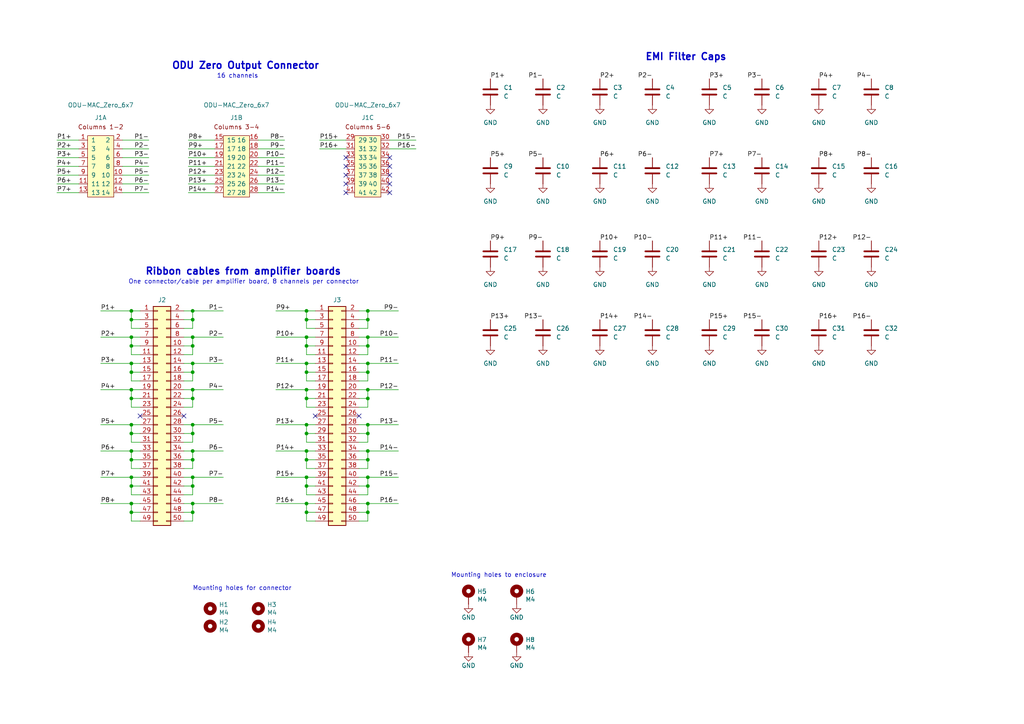
<source format=kicad_sch>
(kicad_sch (version 20211123) (generator eeschema)
  (paper "A4")
  (title_block (title "Shim Amplifier: Output Connector Board") (rev "D1") (company "Martinos Center @ MGH") (comment 1 "Don Straney"))
  (lib_symbols
    (symbol "Connector_Generic:Conn_02x25_Odd_Even" (pin_names (offset 1.016) hide)
      (property "Reference" "J" (at 1.27 33.02 0))
      (property "Value" "Conn_02x25_Odd_Even" (at 1.27 -33.02 0))
      (symbol "Conn_02x25_Odd_Even_1_1"
        (rectangle (start -1.27 -30.353) (end 0 -30.607) (stroke (width 0.1524)))
        (rectangle (start -1.27 -27.813) (end 0 -28.067) (stroke (width 0.1524)))
        (rectangle (start -1.27 -25.273) (end 0 -25.527) (stroke (width 0.1524)))
        (rectangle (start -1.27 -22.733) (end 0 -22.987) (stroke (width 0.1524)))
        (rectangle (start -1.27 -20.193) (end 0 -20.447) (stroke (width 0.1524)))
        (rectangle (start -1.27 -17.653) (end 0 -17.907) (stroke (width 0.1524)))
        (rectangle (start -1.27 -15.113) (end 0 -15.367) (stroke (width 0.1524)))
        (rectangle (start -1.27 -12.573) (end 0 -12.827) (stroke (width 0.1524)))
        (rectangle (start -1.27 -10.033) (end 0 -10.287) (stroke (width 0.1524)))
        (rectangle (start -1.27 -7.493) (end 0 -7.747) (stroke (width 0.1524)))
        (rectangle (start -1.27 -4.953) (end 0 -5.207) (stroke (width 0.1524)))
        (rectangle (start -1.27 -2.413) (end 0 -2.667) (stroke (width 0.1524)))
        (rectangle (start -1.27 0.127) (end 0 -0.127) (stroke (width 0.1524)))
        (rectangle (start -1.27 2.667) (end 0 2.413) (stroke (width 0.1524)))
        (rectangle (start -1.27 5.207) (end 0 4.953) (stroke (width 0.1524)))
        (rectangle (start -1.27 7.747) (end 0 7.493) (stroke (width 0.1524)))
        (rectangle (start -1.27 10.287) (end 0 10.033) (stroke (width 0.1524)))
        (rectangle (start -1.27 12.827) (end 0 12.573) (stroke (width 0.1524)))
        (rectangle (start -1.27 15.367) (end 0 15.113) (stroke (width 0.1524)))
        (rectangle (start -1.27 17.907) (end 0 17.653) (stroke (width 0.1524)))
        (rectangle (start -1.27 20.447) (end 0 20.193) (stroke (width 0.1524)))
        (rectangle (start -1.27 22.987) (end 0 22.733) (stroke (width 0.1524)))
        (rectangle (start -1.27 25.527) (end 0 25.273) (stroke (width 0.1524)))
        (rectangle (start -1.27 28.067) (end 0 27.813) (stroke (width 0.1524)))
        (rectangle (start -1.27 30.607) (end 0 30.353) (stroke (width 0.1524)))
        (rectangle (start -1.27 31.75) (end 3.81 -31.75) (stroke (width 0.254)) (fill (type background)))
        (rectangle (start 3.81 -30.353) (end 2.54 -30.607) (stroke (width 0.1524)))
        (rectangle (start 3.81 -27.813) (end 2.54 -28.067) (stroke (width 0.1524)))
        (rectangle (start 3.81 -25.273) (end 2.54 -25.527) (stroke (width 0.1524)))
        (rectangle (start 3.81 -22.733) (end 2.54 -22.987) (stroke (width 0.1524)))
        (rectangle (start 3.81 -20.193) (end 2.54 -20.447) (stroke (width 0.1524)))
        (rectangle (start 3.81 -17.653) (end 2.54 -17.907) (stroke (width 0.1524)))
        (rectangle (start 3.81 -15.113) (end 2.54 -15.367) (stroke (width 0.1524)))
        (rectangle (start 3.81 -12.573) (end 2.54 -12.827) (stroke (width 0.1524)))
        (rectangle (start 3.81 -10.033) (end 2.54 -10.287) (stroke (width 0.1524)))
        (rectangle (start 3.81 -7.493) (end 2.54 -7.747) (stroke (width 0.1524)))
        (rectangle (start 3.81 -4.953) (end 2.54 -5.207) (stroke (width 0.1524)))
        (rectangle (start 3.81 -2.413) (end 2.54 -2.667) (stroke (width 0.1524)))
        (rectangle (start 3.81 0.127) (end 2.54 -0.127) (stroke (width 0.1524)))
        (rectangle (start 3.81 2.667) (end 2.54 2.413) (stroke (width 0.1524)))
        (rectangle (start 3.81 5.207) (end 2.54 4.953) (stroke (width 0.1524)))
        (rectangle (start 3.81 7.747) (end 2.54 7.493) (stroke (width 0.1524)))
        (rectangle (start 3.81 10.287) (end 2.54 10.033) (stroke (width 0.1524)))
        (rectangle (start 3.81 12.827) (end 2.54 12.573) (stroke (width 0.1524)))
        (rectangle (start 3.81 15.367) (end 2.54 15.113) (stroke (width 0.1524)))
        (rectangle (start 3.81 17.907) (end 2.54 17.653) (stroke (width 0.1524)))
        (rectangle (start 3.81 20.447) (end 2.54 20.193) (stroke (width 0.1524)))
        (rectangle (start 3.81 22.987) (end 2.54 22.733) (stroke (width 0.1524)))
        (rectangle (start 3.81 25.527) (end 2.54 25.273) (stroke (width 0.1524)))
        (rectangle (start 3.81 28.067) (end 2.54 27.813) (stroke (width 0.1524)))
        (rectangle (start 3.81 30.607) (end 2.54 30.353) (stroke (width 0.1524)))
        (pin passive line (at -5.08 30.48 0) (length 3.81) (name "Pin_1") (number "1"))
        (pin passive line (at 7.62 20.32 180) (length 3.81) (name "Pin_10") (number "10"))
        (pin passive line (at -5.08 17.78 0) (length 3.81) (name "Pin_11") (number "11"))
        (pin passive line (at 7.62 17.78 180) (length 3.81) (name "Pin_12") (number "12"))
        (pin passive line (at -5.08 15.24 0) (length 3.81) (name "Pin_13") (number "13"))
        (pin passive line (at 7.62 15.24 180) (length 3.81) (name "Pin_14") (number "14"))
        (pin passive line (at -5.08 12.7 0) (length 3.81) (name "Pin_15") (number "15"))
        (pin passive line (at 7.62 12.7 180) (length 3.81) (name "Pin_16") (number "16"))
        (pin passive line (at -5.08 10.16 0) (length 3.81) (name "Pin_17") (number "17"))
        (pin passive line (at 7.62 10.16 180) (length 3.81) (name "Pin_18") (number "18"))
        (pin passive line (at -5.08 7.62 0) (length 3.81) (name "Pin_19") (number "19"))
        (pin passive line (at 7.62 30.48 180) (length 3.81) (name "Pin_2") (number "2"))
        (pin passive line (at 7.62 7.62 180) (length 3.81) (name "Pin_20") (number "20"))
        (pin passive line (at -5.08 5.08 0) (length 3.81) (name "Pin_21") (number "21"))
        (pin passive line (at 7.62 5.08 180) (length 3.81) (name "Pin_22") (number "22"))
        (pin passive line (at -5.08 2.54 0) (length 3.81) (name "Pin_23") (number "23"))
        (pin passive line (at 7.62 2.54 180) (length 3.81) (name "Pin_24") (number "24"))
        (pin passive line (at -5.08 0 0) (length 3.81) (name "Pin_25") (number "25"))
        (pin passive line (at 7.62 0 180) (length 3.81) (name "Pin_26") (number "26"))
        (pin passive line (at -5.08 -2.54 0) (length 3.81) (name "Pin_27") (number "27"))
        (pin passive line (at 7.62 -2.54 180) (length 3.81) (name "Pin_28") (number "28"))
        (pin passive line (at -5.08 -5.08 0) (length 3.81) (name "Pin_29") (number "29"))
        (pin passive line (at -5.08 27.94 0) (length 3.81) (name "Pin_3") (number "3"))
        (pin passive line (at 7.62 -5.08 180) (length 3.81) (name "Pin_30") (number "30"))
        (pin passive line (at -5.08 -7.62 0) (length 3.81) (name "Pin_31") (number "31"))
        (pin passive line (at 7.62 -7.62 180) (length 3.81) (name "Pin_32") (number "32"))
        (pin passive line (at -5.08 -10.16 0) (length 3.81) (name "Pin_33") (number "33"))
        (pin passive line (at 7.62 -10.16 180) (length 3.81) (name "Pin_34") (number "34"))
        (pin passive line (at -5.08 -12.7 0) (length 3.81) (name "Pin_35") (number "35"))
        (pin passive line (at 7.62 -12.7 180) (length 3.81) (name "Pin_36") (number "36"))
        (pin passive line (at -5.08 -15.24 0) (length 3.81) (name "Pin_37") (number "37"))
        (pin passive line (at 7.62 -15.24 180) (length 3.81) (name "Pin_38") (number "38"))
        (pin passive line (at -5.08 -17.78 0) (length 3.81) (name "Pin_39") (number "39"))
        (pin passive line (at 7.62 27.94 180) (length 3.81) (name "Pin_4") (number "4"))
        (pin passive line (at 7.62 -17.78 180) (length 3.81) (name "Pin_40") (number "40"))
        (pin passive line (at -5.08 -20.32 0) (length 3.81) (name "Pin_41") (number "41"))
        (pin passive line (at 7.62 -20.32 180) (length 3.81) (name "Pin_42") (number "42"))
        (pin passive line (at -5.08 -22.86 0) (length 3.81) (name "Pin_43") (number "43"))
        (pin passive line (at 7.62 -22.86 180) (length 3.81) (name "Pin_44") (number "44"))
        (pin passive line (at -5.08 -25.4 0) (length 3.81) (name "Pin_45") (number "45"))
        (pin passive line (at 7.62 -25.4 180) (length 3.81) (name "Pin_46") (number "46"))
        (pin passive line (at -5.08 -27.94 0) (length 3.81) (name "Pin_47") (number "47"))
        (pin passive line (at 7.62 -27.94 180) (length 3.81) (name "Pin_48") (number "48"))
        (pin passive line (at -5.08 -30.48 0) (length 3.81) (name "Pin_49") (number "49"))
        (pin passive line (at -5.08 25.4 0) (length 3.81) (name "Pin_5") (number "5"))
        (pin passive line (at 7.62 -30.48 180) (length 3.81) (name "Pin_50") (number "50"))
        (pin passive line (at 7.62 25.4 180) (length 3.81) (name "Pin_6") (number "6"))
        (pin passive line (at -5.08 22.86 0) (length 3.81) (name "Pin_7") (number "7"))
        (pin passive line (at 7.62 22.86 180) (length 3.81) (name "Pin_8") (number "8"))
        (pin passive line (at -5.08 20.32 0) (length 3.81) (name "Pin_9") (number "9"))
      )
    )
    (symbol "Device:C" (pin_numbers hide) (pin_names (offset 0.254))
      (property "Reference" "C" (at 0.635 2.54 0))
      (property "Value" "C" (at 0.635 -2.54 0))
      (symbol "C_0_1"
        (polyline (pts (xy -2.032 -0.762) (xy 2.032 -0.762)) (stroke (width 0.508)))
        (polyline (pts (xy -2.032 0.762) (xy 2.032 0.762)) (stroke (width 0.508)))
      )
      (symbol "C_1_1"
        (pin passive line (at 0 3.81 270) (length 2.794) (name "~") (number "1"))
        (pin passive line (at 0 -3.81 90) (length 2.794) (name "~") (number "2"))
      )
    )
    (symbol "Don:ODU-MAC_Zero_6x7" (pin_names (offset 1.016))
      (property "Reference" "J" (at -1.27 24.13 0))
      (property "Value" "ODU-MAC_Zero_6x7" (at 0 21.59 0))
      (symbol "ODU-MAC_Zero_6x7_0_1"
        (rectangle (start -3.81 12.7) (end 3.81 -5.08) (fill (type background)))
      )
      (symbol "ODU-MAC_Zero_6x7_1_0"
        (text "Columns 1-2" (at 0 15.24 0) (effects (font (size 1.27 1.27))))
      )
      (symbol "ODU-MAC_Zero_6x7_1_1"
        (pin passive line (at -6.35 11.43 0) (length 2.54) (name "1") (number "1"))
        (pin passive line (at 6.35 1.27 180) (length 2.54) (name "10") (number "10"))
        (pin passive line (at -6.35 -1.27 0) (length 2.54) (name "11") (number "11"))
        (pin passive line (at 6.35 -1.27 180) (length 2.54) (name "12") (number "12"))
        (pin passive line (at -6.35 -3.81 0) (length 2.54) (name "13") (number "13"))
        (pin passive line (at 6.35 -3.81 180) (length 2.54) (name "14") (number "14"))
        (pin passive line (at 6.35 11.43 180) (length 2.54) (name "2") (number "2"))
        (pin passive line (at -6.35 8.89 0) (length 2.54) (name "3") (number "3"))
        (pin passive line (at 6.35 8.89 180) (length 2.54) (name "4") (number "4"))
        (pin passive line (at -6.35 6.35 0) (length 2.54) (name "5") (number "5"))
        (pin passive line (at 6.35 6.35 180) (length 2.54) (name "6") (number "6"))
        (pin passive line (at -6.35 3.81 0) (length 2.54) (name "7") (number "7"))
        (pin passive line (at 6.35 3.81 180) (length 2.54) (name "8") (number "8"))
        (pin passive line (at -6.35 1.27 0) (length 2.54) (name "9") (number "9"))
      )
      (symbol "ODU-MAC_Zero_6x7_2_1"
        (text "Columns 3-4" (at 0 15.24 0) (effects (font (size 1.27 1.27))))
        (pin passive line (at -6.35 11.43 0) (length 2.54) (name "15") (number "15"))
        (pin passive line (at 6.35 11.43 180) (length 2.54) (name "16") (number "16"))
        (pin passive line (at -6.35 8.89 0) (length 2.54) (name "17") (number "17"))
        (pin passive line (at 6.35 8.89 180) (length 2.54) (name "18") (number "18"))
        (pin passive line (at -6.35 6.35 0) (length 2.54) (name "19") (number "19"))
        (pin passive line (at 6.35 6.35 180) (length 2.54) (name "20") (number "20"))
        (pin passive line (at -6.35 3.81 0) (length 2.54) (name "21") (number "21"))
        (pin passive line (at 6.35 3.81 180) (length 2.54) (name "22") (number "22"))
        (pin passive line (at -6.35 1.27 0) (length 2.54) (name "23") (number "23"))
        (pin passive line (at 6.35 1.27 180) (length 2.54) (name "24") (number "24"))
        (pin passive line (at -6.35 -1.27 0) (length 2.54) (name "25") (number "25"))
        (pin passive line (at 6.35 -1.27 180) (length 2.54) (name "26") (number "26"))
        (pin passive line (at -6.35 -3.81 0) (length 2.54) (name "27") (number "27"))
        (pin passive line (at 6.35 -3.81 180) (length 2.54) (name "28") (number "28"))
      )
      (symbol "ODU-MAC_Zero_6x7_3_1"
        (text "Columns 5-6" (at 0 15.24 0) (effects (font (size 1.27 1.27))))
        (pin passive line (at -6.35 11.43 0) (length 2.54) (name "29") (number "29"))
        (pin passive line (at 6.35 11.43 180) (length 2.54) (name "30") (number "30"))
        (pin passive line (at -6.35 8.89 0) (length 2.54) (name "31") (number "31"))
        (pin passive line (at 6.35 8.89 180) (length 2.54) (name "32") (number "32"))
        (pin passive line (at -6.35 6.35 0) (length 2.54) (name "33") (number "33"))
        (pin passive line (at 6.35 6.35 180) (length 2.54) (name "34") (number "34"))
        (pin passive line (at -6.35 3.81 0) (length 2.54) (name "35") (number "35"))
        (pin passive line (at 6.35 3.81 180) (length 2.54) (name "36") (number "36"))
        (pin passive line (at -6.35 1.27 0) (length 2.54) (name "37") (number "37"))
        (pin passive line (at 6.35 1.27 180) (length 2.54) (name "38") (number "38"))
        (pin passive line (at -6.35 -1.27 0) (length 2.54) (name "39") (number "39"))
        (pin passive line (at 6.35 -1.27 180) (length 2.54) (name "40") (number "40"))
        (pin passive line (at -6.35 -3.81 0) (length 2.54) (name "41") (number "41"))
        (pin passive line (at 6.35 -3.81 180) (length 2.54) (name "42") (number "42"))
      )
    )
    (symbol "Mechanical:MountingHole" (pin_names (offset 1.016))
      (property "Reference" "H" (at 0 5.08 0))
      (property "Value" "MountingHole" (at 0 3.175 0))
      (symbol "MountingHole_0_1"
        (circle (center 0 0) (radius 1.27) (stroke (width 1.27)))
      )
    )
    (symbol "Mechanical:MountingHole_Pad" (pin_numbers hide) (pin_names (offset 1.016) hide)
      (property "Reference" "H" (at 0 6.35 0))
      (property "Value" "MountingHole_Pad" (at 0 4.445 0))
      (symbol "MountingHole_Pad_0_1"
        (circle (center 0 1.27) (radius 1.27) (stroke (width 1.27)))
      )
      (symbol "MountingHole_Pad_1_1"
        (pin input line (at 0 -2.54 90) (length 2.54) (name "1") (number "1"))
      )
    )
    (symbol "power:GND" (power) (pin_names (offset 0))
      (property "Value" "GND" (at 0 -3.81 0))
      (symbol "GND_0_1"
        (polyline (pts (xy 0 0) (xy 0 -1.27) (xy 1.27 -1.27) (xy 0 -2.54) (xy -1.27 -1.27) (xy 0 -1.27)))
      )
      (symbol "GND_1_1"
        (pin power_in line (at 0 0 270) (length 0) hide (name "GND") (number "1"))
      )
    )
  )
  (junction (at 38.1 148.59))
  (junction (at 106.68 125.73))
  (junction (at 55.88 105.41))
  (junction (at 88.9 133.35))
  (junction (at 88.9 115.57))
  (junction (at 88.9 125.73))
  (junction (at 55.88 107.95))
  (junction (at 55.88 146.05))
  (junction (at 38.1 146.05))
  (junction (at 55.88 97.79))
  (junction (at 55.88 138.43))
  (junction (at 88.9 97.79))
  (junction (at 88.9 138.43))
  (junction (at 55.88 123.19))
  (junction (at 106.68 90.17))
  (junction (at 38.1 97.79))
  (junction (at 106.68 113.03))
  (junction (at 55.88 140.97))
  (junction (at 88.9 140.97))
  (junction (at 38.1 140.97))
  (junction (at 38.1 133.35))
  (junction (at 55.88 115.57))
  (junction (at 38.1 113.03))
  (junction (at 88.9 105.41))
  (junction (at 38.1 130.81))
  (junction (at 55.88 92.71))
  (junction (at 38.1 115.57))
  (junction (at 106.68 140.97))
  (junction (at 106.68 130.81))
  (junction (at 106.68 146.05))
  (junction (at 55.88 113.03))
  (junction (at 88.9 146.05))
  (junction (at 88.9 148.59))
  (junction (at 55.88 90.17))
  (junction (at 106.68 148.59))
  (junction (at 88.9 130.81))
  (junction (at 106.68 138.43))
  (junction (at 38.1 125.73))
  (junction (at 38.1 138.43))
  (junction (at 88.9 113.03))
  (junction (at 38.1 105.41))
  (junction (at 106.68 133.35))
  (junction (at 38.1 107.95))
  (junction (at 106.68 97.79))
  (junction (at 106.68 123.19))
  (junction (at 55.88 100.33))
  (junction (at 106.68 107.95))
  (junction (at 55.88 148.59))
  (junction (at 106.68 100.33))
  (junction (at 55.88 130.81))
  (junction (at 88.9 100.33))
  (junction (at 88.9 92.71))
  (junction (at 38.1 123.19))
  (junction (at 88.9 90.17))
  (junction (at 38.1 92.71))
  (junction (at 106.68 115.57))
  (junction (at 55.88 125.73))
  (junction (at 106.68 92.71))
  (junction (at 38.1 100.33))
  (junction (at 55.88 133.35))
  (junction (at 106.68 105.41))
  (junction (at 88.9 107.95))
  (junction (at 38.1 90.17))
  (junction (at 88.9 123.19))
  (no_connect (at 113.03 48.26))
  (no_connect (at 40.64 120.65))
  (no_connect (at 100.33 55.88))
  (no_connect (at 113.03 55.88))
  (no_connect (at 100.33 50.8))
  (no_connect (at 113.03 50.8))
  (no_connect (at 91.44 120.65))
  (no_connect (at 104.14 120.65))
  (no_connect (at 100.33 48.26))
  (no_connect (at 100.33 45.72))
  (no_connect (at 113.03 53.34))
  (no_connect (at 113.03 45.72))
  (no_connect (at 100.33 53.34))
  (no_connect (at 53.34 120.65))
  (wire (pts (xy 40.64 113.03) (xy 38.1 113.03)))
  (wire (pts (xy 88.9 143.51) (xy 88.9 140.97)))
  (wire (pts (xy 91.44 138.43) (xy 88.9 138.43)))
  (wire (pts (xy 106.68 105.41) (xy 115.57 105.41)))
  (wire (pts (xy 88.9 102.87) (xy 88.9 100.33)))
  (wire (pts (xy 88.9 128.27) (xy 88.9 125.73)))
  (wire (pts (xy 106.68 138.43) (xy 115.57 138.43)))
  (wire (pts (xy 88.9 97.79) (xy 80.01 97.79)))
  (wire (pts (xy 104.14 143.51) (xy 106.68 143.51)))
  (wire (pts (xy 106.68 143.51) (xy 106.68 140.97)))
  (wire (pts (xy 40.64 133.35) (xy 38.1 133.35)))
  (wire (pts (xy 74.93 55.88) (xy 82.55 55.88)))
  (wire (pts (xy 38.1 151.13) (xy 38.1 148.59)))
  (wire (pts (xy 55.88 146.05) (xy 64.77 146.05)))
  (wire (pts (xy 55.88 130.81) (xy 64.77 130.81)))
  (wire (pts (xy 38.1 100.33) (xy 38.1 97.79)))
  (wire (pts (xy 16.51 40.64) (xy 22.86 40.64)))
  (wire (pts (xy 106.68 97.79) (xy 115.57 97.79)))
  (wire (pts (xy 53.34 90.17) (xy 55.88 90.17)))
  (wire (pts (xy 91.44 118.11) (xy 88.9 118.11)))
  (wire (pts (xy 55.88 97.79) (xy 64.77 97.79)))
  (wire (pts (xy 91.44 123.19) (xy 88.9 123.19)))
  (wire (pts (xy 104.14 128.27) (xy 106.68 128.27)))
  (wire (pts (xy 40.64 151.13) (xy 38.1 151.13)))
  (wire (pts (xy 40.64 123.19) (xy 38.1 123.19)))
  (wire (pts (xy 54.61 53.34) (xy 62.23 53.34)))
  (wire (pts (xy 53.34 143.51) (xy 55.88 143.51)))
  (wire (pts (xy 40.64 95.25) (xy 38.1 95.25)))
  (wire (pts (xy 16.51 48.26) (xy 22.86 48.26)))
  (wire (pts (xy 88.9 123.19) (xy 80.01 123.19)))
  (wire (pts (xy 55.88 138.43) (xy 64.77 138.43)))
  (wire (pts (xy 106.68 130.81) (xy 115.57 130.81)))
  (wire (pts (xy 16.51 55.88) (xy 22.86 55.88)))
  (wire (pts (xy 104.14 123.19) (xy 106.68 123.19)))
  (wire (pts (xy 91.44 110.49) (xy 88.9 110.49)))
  (wire (pts (xy 35.56 50.8) (xy 43.18 50.8)))
  (wire (pts (xy 53.34 107.95) (xy 55.88 107.95)))
  (wire (pts (xy 88.9 140.97) (xy 88.9 138.43)))
  (wire (pts (xy 40.64 102.87) (xy 38.1 102.87)))
  (wire (pts (xy 53.34 123.19) (xy 55.88 123.19)))
  (wire (pts (xy 55.88 95.25) (xy 55.88 92.71)))
  (wire (pts (xy 104.14 130.81) (xy 106.68 130.81)))
  (wire (pts (xy 106.68 148.59) (xy 106.68 146.05)))
  (wire (pts (xy 40.64 118.11) (xy 38.1 118.11)))
  (wire (pts (xy 38.1 90.17) (xy 29.21 90.17)))
  (wire (pts (xy 88.9 118.11) (xy 88.9 115.57)))
  (wire (pts (xy 38.1 148.59) (xy 38.1 146.05)))
  (wire (pts (xy 54.61 48.26) (xy 62.23 48.26)))
  (wire (pts (xy 55.88 92.71) (xy 55.88 90.17)))
  (wire (pts (xy 54.61 40.64) (xy 62.23 40.64)))
  (wire (pts (xy 74.93 43.18) (xy 82.55 43.18)))
  (wire (pts (xy 55.88 151.13) (xy 55.88 148.59)))
  (wire (pts (xy 40.64 130.81) (xy 38.1 130.81)))
  (wire (pts (xy 40.64 128.27) (xy 38.1 128.27)))
  (wire (pts (xy 104.14 113.03) (xy 106.68 113.03)))
  (wire (pts (xy 55.88 115.57) (xy 55.88 113.03)))
  (wire (pts (xy 40.64 100.33) (xy 38.1 100.33)))
  (wire (pts (xy 16.51 50.8) (xy 22.86 50.8)))
  (wire (pts (xy 74.93 45.72) (xy 82.55 45.72)))
  (wire (pts (xy 104.14 151.13) (xy 106.68 151.13)))
  (wire (pts (xy 91.44 143.51) (xy 88.9 143.51)))
  (wire (pts (xy 55.88 140.97) (xy 55.88 138.43)))
  (wire (pts (xy 88.9 151.13) (xy 88.9 148.59)))
  (wire (pts (xy 104.14 110.49) (xy 106.68 110.49)))
  (wire (pts (xy 104.14 133.35) (xy 106.68 133.35)))
  (wire (pts (xy 53.34 146.05) (xy 55.88 146.05)))
  (wire (pts (xy 54.61 50.8) (xy 62.23 50.8)))
  (wire (pts (xy 106.68 115.57) (xy 106.68 113.03)))
  (wire (pts (xy 88.9 100.33) (xy 88.9 97.79)))
  (wire (pts (xy 38.1 107.95) (xy 38.1 105.41)))
  (wire (pts (xy 106.68 90.17) (xy 115.57 90.17)))
  (wire (pts (xy 55.88 100.33) (xy 55.88 97.79)))
  (wire (pts (xy 40.64 140.97) (xy 38.1 140.97)))
  (wire (pts (xy 40.64 146.05) (xy 38.1 146.05)))
  (wire (pts (xy 106.68 92.71) (xy 106.68 90.17)))
  (wire (pts (xy 88.9 148.59) (xy 88.9 146.05)))
  (wire (pts (xy 91.44 151.13) (xy 88.9 151.13)))
  (wire (pts (xy 38.1 118.11) (xy 38.1 115.57)))
  (wire (pts (xy 40.64 148.59) (xy 38.1 148.59)))
  (wire (pts (xy 104.14 148.59) (xy 106.68 148.59)))
  (wire (pts (xy 88.9 113.03) (xy 80.01 113.03)))
  (wire (pts (xy 53.34 95.25) (xy 55.88 95.25)))
  (wire (pts (xy 104.14 125.73) (xy 106.68 125.73)))
  (wire (pts (xy 106.68 118.11) (xy 106.68 115.57)))
  (wire (pts (xy 40.64 107.95) (xy 38.1 107.95)))
  (wire (pts (xy 91.44 97.79) (xy 88.9 97.79)))
  (wire (pts (xy 55.88 118.11) (xy 55.88 115.57)))
  (wire (pts (xy 55.88 135.89) (xy 55.88 133.35)))
  (wire (pts (xy 104.14 138.43) (xy 106.68 138.43)))
  (wire (pts (xy 55.88 107.95) (xy 55.88 105.41)))
  (wire (pts (xy 40.64 110.49) (xy 38.1 110.49)))
  (wire (pts (xy 54.61 55.88) (xy 62.23 55.88)))
  (wire (pts (xy 88.9 92.71) (xy 88.9 90.17)))
  (wire (pts (xy 55.88 128.27) (xy 55.88 125.73)))
  (wire (pts (xy 91.44 95.25) (xy 88.9 95.25)))
  (wire (pts (xy 53.34 105.41) (xy 55.88 105.41)))
  (wire (pts (xy 54.61 43.18) (xy 62.23 43.18)))
  (wire (pts (xy 53.34 140.97) (xy 55.88 140.97)))
  (wire (pts (xy 38.1 113.03) (xy 29.21 113.03)))
  (wire (pts (xy 55.88 143.51) (xy 55.88 140.97)))
  (wire (pts (xy 53.34 128.27) (xy 55.88 128.27)))
  (wire (pts (xy 106.68 102.87) (xy 106.68 100.33)))
  (wire (pts (xy 104.14 140.97) (xy 106.68 140.97)))
  (wire (pts (xy 88.9 110.49) (xy 88.9 107.95)))
  (wire (pts (xy 38.1 105.41) (xy 29.21 105.41)))
  (wire (pts (xy 106.68 123.19) (xy 115.57 123.19)))
  (wire (pts (xy 88.9 115.57) (xy 88.9 113.03)))
  (wire (pts (xy 38.1 138.43) (xy 29.21 138.43)))
  (wire (pts (xy 35.56 43.18) (xy 43.18 43.18)))
  (wire (pts (xy 38.1 146.05) (xy 29.21 146.05)))
  (wire (pts (xy 16.51 43.18) (xy 22.86 43.18)))
  (wire (pts (xy 16.51 45.72) (xy 22.86 45.72)))
  (wire (pts (xy 40.64 115.57) (xy 38.1 115.57)))
  (wire (pts (xy 38.1 135.89) (xy 38.1 133.35)))
  (wire (pts (xy 104.14 100.33) (xy 106.68 100.33)))
  (wire (pts (xy 54.61 45.72) (xy 62.23 45.72)))
  (wire (pts (xy 38.1 130.81) (xy 29.21 130.81)))
  (wire (pts (xy 91.44 107.95) (xy 88.9 107.95)))
  (wire (pts (xy 91.44 92.71) (xy 88.9 92.71)))
  (wire (pts (xy 104.14 102.87) (xy 106.68 102.87)))
  (wire (pts (xy 91.44 105.41) (xy 88.9 105.41)))
  (wire (pts (xy 91.44 125.73) (xy 88.9 125.73)))
  (wire (pts (xy 53.34 151.13) (xy 55.88 151.13)))
  (wire (pts (xy 38.1 102.87) (xy 38.1 100.33)))
  (wire (pts (xy 88.9 90.17) (xy 80.01 90.17)))
  (wire (pts (xy 53.34 113.03) (xy 55.88 113.03)))
  (wire (pts (xy 35.56 53.34) (xy 43.18 53.34)))
  (wire (pts (xy 74.93 53.34) (xy 82.55 53.34)))
  (wire (pts (xy 55.88 125.73) (xy 55.88 123.19)))
  (wire (pts (xy 91.44 115.57) (xy 88.9 115.57)))
  (wire (pts (xy 40.64 135.89) (xy 38.1 135.89)))
  (wire (pts (xy 106.68 128.27) (xy 106.68 125.73)))
  (wire (pts (xy 106.68 140.97) (xy 106.68 138.43)))
  (wire (pts (xy 92.71 43.18) (xy 100.33 43.18)))
  (wire (pts (xy 53.34 138.43) (xy 55.88 138.43)))
  (wire (pts (xy 106.68 125.73) (xy 106.68 123.19)))
  (wire (pts (xy 55.88 105.41) (xy 64.77 105.41)))
  (wire (pts (xy 74.93 40.64) (xy 82.55 40.64)))
  (wire (pts (xy 38.1 123.19) (xy 29.21 123.19)))
  (wire (pts (xy 53.34 115.57) (xy 55.88 115.57)))
  (wire (pts (xy 38.1 128.27) (xy 38.1 125.73)))
  (wire (pts (xy 104.14 107.95) (xy 106.68 107.95)))
  (wire (pts (xy 91.44 113.03) (xy 88.9 113.03)))
  (wire (pts (xy 55.88 90.17) (xy 64.77 90.17)))
  (wire (pts (xy 91.44 135.89) (xy 88.9 135.89)))
  (wire (pts (xy 88.9 138.43) (xy 80.01 138.43)))
  (wire (pts (xy 40.64 90.17) (xy 38.1 90.17)))
  (wire (pts (xy 53.34 118.11) (xy 55.88 118.11)))
  (wire (pts (xy 88.9 135.89) (xy 88.9 133.35)))
  (wire (pts (xy 104.14 97.79) (xy 106.68 97.79)))
  (wire (pts (xy 38.1 140.97) (xy 38.1 138.43)))
  (wire (pts (xy 104.14 135.89) (xy 106.68 135.89)))
  (wire (pts (xy 53.34 133.35) (xy 55.88 133.35)))
  (wire (pts (xy 53.34 97.79) (xy 55.88 97.79)))
  (wire (pts (xy 91.44 128.27) (xy 88.9 128.27)))
  (wire (pts (xy 55.88 133.35) (xy 55.88 130.81)))
  (wire (pts (xy 113.03 43.18) (xy 120.65 43.18)))
  (wire (pts (xy 88.9 107.95) (xy 88.9 105.41)))
  (wire (pts (xy 16.51 53.34) (xy 22.86 53.34)))
  (wire (pts (xy 104.14 118.11) (xy 106.68 118.11)))
  (wire (pts (xy 106.68 151.13) (xy 106.68 148.59)))
  (wire (pts (xy 106.68 133.35) (xy 106.68 130.81)))
  (wire (pts (xy 92.71 40.64) (xy 100.33 40.64)))
  (wire (pts (xy 91.44 130.81) (xy 88.9 130.81)))
  (wire (pts (xy 38.1 143.51) (xy 38.1 140.97)))
  (wire (pts (xy 106.68 110.49) (xy 106.68 107.95)))
  (wire (pts (xy 38.1 110.49) (xy 38.1 107.95)))
  (wire (pts (xy 88.9 130.81) (xy 80.01 130.81)))
  (wire (pts (xy 38.1 125.73) (xy 38.1 123.19)))
  (wire (pts (xy 53.34 148.59) (xy 55.88 148.59)))
  (wire (pts (xy 91.44 133.35) (xy 88.9 133.35)))
  (wire (pts (xy 91.44 146.05) (xy 88.9 146.05)))
  (wire (pts (xy 40.64 138.43) (xy 38.1 138.43)))
  (wire (pts (xy 88.9 105.41) (xy 80.01 105.41)))
  (wire (pts (xy 38.1 95.25) (xy 38.1 92.71)))
  (wire (pts (xy 104.14 115.57) (xy 106.68 115.57)))
  (wire (pts (xy 35.56 55.88) (xy 43.18 55.88)))
  (wire (pts (xy 55.88 123.19) (xy 64.77 123.19)))
  (wire (pts (xy 40.64 92.71) (xy 38.1 92.71)))
  (wire (pts (xy 53.34 100.33) (xy 55.88 100.33)))
  (wire (pts (xy 35.56 48.26) (xy 43.18 48.26)))
  (wire (pts (xy 35.56 40.64) (xy 43.18 40.64)))
  (wire (pts (xy 40.64 143.51) (xy 38.1 143.51)))
  (wire (pts (xy 53.34 135.89) (xy 55.88 135.89)))
  (wire (pts (xy 38.1 92.71) (xy 38.1 90.17)))
  (wire (pts (xy 91.44 100.33) (xy 88.9 100.33)))
  (wire (pts (xy 38.1 97.79) (xy 29.21 97.79)))
  (wire (pts (xy 88.9 125.73) (xy 88.9 123.19)))
  (wire (pts (xy 91.44 140.97) (xy 88.9 140.97)))
  (wire (pts (xy 55.88 110.49) (xy 55.88 107.95)))
  (wire (pts (xy 106.68 107.95) (xy 106.68 105.41)))
  (wire (pts (xy 91.44 102.87) (xy 88.9 102.87)))
  (wire (pts (xy 40.64 105.41) (xy 38.1 105.41)))
  (wire (pts (xy 35.56 45.72) (xy 43.18 45.72)))
  (wire (pts (xy 104.14 105.41) (xy 106.68 105.41)))
  (wire (pts (xy 104.14 90.17) (xy 106.68 90.17)))
  (wire (pts (xy 53.34 110.49) (xy 55.88 110.49)))
  (wire (pts (xy 53.34 125.73) (xy 55.88 125.73)))
  (wire (pts (xy 38.1 115.57) (xy 38.1 113.03)))
  (wire (pts (xy 106.68 135.89) (xy 106.68 133.35)))
  (wire (pts (xy 74.93 48.26) (xy 82.55 48.26)))
  (wire (pts (xy 91.44 90.17) (xy 88.9 90.17)))
  (wire (pts (xy 104.14 146.05) (xy 106.68 146.05)))
  (wire (pts (xy 106.68 113.03) (xy 115.57 113.03)))
  (wire (pts (xy 53.34 102.87) (xy 55.88 102.87)))
  (wire (pts (xy 104.14 92.71) (xy 106.68 92.71)))
  (wire (pts (xy 38.1 133.35) (xy 38.1 130.81)))
  (wire (pts (xy 53.34 92.71) (xy 55.88 92.71)))
  (wire (pts (xy 106.68 95.25) (xy 106.68 92.71)))
  (wire (pts (xy 55.88 113.03) (xy 64.77 113.03)))
  (wire (pts (xy 106.68 146.05) (xy 115.57 146.05)))
  (wire (pts (xy 55.88 148.59) (xy 55.88 146.05)))
  (wire (pts (xy 88.9 146.05) (xy 80.01 146.05)))
  (wire (pts (xy 55.88 102.87) (xy 55.88 100.33)))
  (wire (pts (xy 91.44 148.59) (xy 88.9 148.59)))
  (wire (pts (xy 53.34 130.81) (xy 55.88 130.81)))
  (wire (pts (xy 113.03 40.64) (xy 120.65 40.64)))
  (wire (pts (xy 88.9 95.25) (xy 88.9 92.71)))
  (wire (pts (xy 74.93 50.8) (xy 82.55 50.8)))
  (wire (pts (xy 88.9 133.35) (xy 88.9 130.81)))
  (wire (pts (xy 40.64 125.73) (xy 38.1 125.73)))
  (wire (pts (xy 40.64 97.79) (xy 38.1 97.79)))
  (wire (pts (xy 106.68 100.33) (xy 106.68 97.79)))
  (wire (pts (xy 104.14 95.25) (xy 106.68 95.25)))
  (text "Mounting holes for connector" (at 55.88 171.45 0) (effects (font (size 1.27 1.27)) (justify left bottom)))
  (text "ODU Zero Output Connector" (at 92.71 20.32 180) (effects (font (size 2.0066 2.0066) (thickness 0.4013) bold) (justify right bottom)))
  (text "16 channels" (at 74.93 22.86 180) (effects (font (size 1.27 1.27)) (justify right bottom)))
  (text "Ribbon cables from amplifier boards" (at 99.06 80.01 180) (effects (font (size 2.0066 2.0066) (thickness 0.4013) bold) (justify right bottom)))
  (text "One connector/cable per amplifier board, 8 channels per connector" (at 104.14 82.55 180) (effects (font (size 1.27 1.27)) (justify right bottom)))
  (text "Mounting holes to enclosure" (at 130.81 167.64 0) (effects (font (size 1.27 1.27)) (justify left bottom)))
  (text "EMI Filter Caps" (at 210.82 17.78 180) (effects (font (size 2.0066 2.0066) (thickness 0.4013) bold) (justify right bottom)))
  (label "P11-" (at 115.57 105.41 180))
  (label "P1+" (at 29.21 90.17 0))
  (label "P16-" (at 115.57 146.05 180))
  (label "P9+" (at 54.61 43.18 0))
  (label "P9-" (at 157.48 69.85 180))
  (label "P11+" (at 80.01 105.41 0))
  (label "P15-" (at 120.65 40.64 180))
  (label "P8-" (at 252.73 45.72 180))
  (label "P10-" (at 115.57 97.79 180))
  (label "P4-" (at 64.77 113.03 180))
  (label "P14+" (at 173.99 92.71 0))
  (label "P2-" (at 43.18 43.18 180))
  (label "P4+" (at 237.49 22.86 0))
  (label "P14+" (at 54.61 55.88 0))
  (label "P8-" (at 82.55 40.64 180))
  (label "P6+" (at 29.21 130.81 0))
  (label "P9-" (at 82.55 43.18 180))
  (label "P4-" (at 252.73 22.86 180))
  (label "P12-" (at 82.55 50.8 180))
  (label "P8+" (at 237.49 45.72 0))
  (label "P16+" (at 237.49 92.71 0))
  (label "P7+" (at 16.51 55.88 0))
  (label "P4+" (at 29.21 113.03 0))
  (label "P14-" (at 189.23 92.71 180))
  (label "P15-" (at 220.98 92.71 180))
  (label "P7+" (at 205.74 45.72 0))
  (label "P9+" (at 142.24 69.85 0))
  (label "P13-" (at 115.57 123.19 180))
  (label "P12-" (at 252.73 69.85 180))
  (label "P4+" (at 16.51 48.26 0))
  (label "P5-" (at 157.48 45.72 180))
  (label "P14-" (at 82.55 55.88 180))
  (label "P16+" (at 92.71 43.18 0))
  (label "P16+" (at 80.01 146.05 0))
  (label "P3-" (at 64.77 105.41 180))
  (label "P1-" (at 157.48 22.86 180))
  (label "P5+" (at 29.21 123.19 0))
  (label "P7+" (at 29.21 138.43 0))
  (label "P6+" (at 16.51 53.34 0))
  (label "P3+" (at 29.21 105.41 0))
  (label "P10-" (at 82.55 45.72 180))
  (label "P5+" (at 16.51 50.8 0))
  (label "P6+" (at 173.99 45.72 0))
  (label "P2+" (at 29.21 97.79 0))
  (label "P11+" (at 54.61 48.26 0))
  (label "P10-" (at 189.23 69.85 180))
  (label "P14+" (at 80.01 130.81 0))
  (label "P4-" (at 43.18 48.26 180))
  (label "P8-" (at 64.77 146.05 180))
  (label "P16-" (at 252.73 92.71 180))
  (label "P6-" (at 189.23 45.72 180))
  (label "P3+" (at 16.51 45.72 0))
  (label "P2-" (at 64.77 97.79 180))
  (label "P11-" (at 82.55 48.26 180))
  (label "P8+" (at 29.21 146.05 0))
  (label "P13+" (at 54.61 53.34 0))
  (label "P6-" (at 43.18 53.34 180))
  (label "P5+" (at 142.24 45.72 0))
  (label "P10+" (at 173.99 69.85 0))
  (label "P1+" (at 16.51 40.64 0))
  (label "P1-" (at 64.77 90.17 180))
  (label "P10+" (at 54.61 45.72 0))
  (label "P3-" (at 220.98 22.86 180))
  (label "P7-" (at 220.98 45.72 180))
  (label "P5-" (at 43.18 50.8 180))
  (label "P13+" (at 80.01 123.19 0))
  (label "P9+" (at 80.01 90.17 0))
  (label "P12+" (at 237.49 69.85 0))
  (label "P13-" (at 82.55 53.34 180))
  (label "P2+" (at 16.51 43.18 0))
  (label "P8+" (at 54.61 40.64 0))
  (label "P1-" (at 43.18 40.64 180))
  (label "P9-" (at 115.57 90.17 180))
  (label "P10+" (at 80.01 97.79 0))
  (label "P12-" (at 115.57 113.03 180))
  (label "P16-" (at 120.65 43.18 180))
  (label "P3-" (at 43.18 45.72 180))
  (label "P11+" (at 205.74 69.85 0))
  (label "P6-" (at 64.77 130.81 180))
  (label "P7-" (at 43.18 55.88 180))
  (label "P14-" (at 115.57 130.81 180))
  (label "P15+" (at 92.71 40.64 0))
  (label "P5-" (at 64.77 123.19 180))
  (label "P13-" (at 157.48 92.71 180))
  (label "P13+" (at 142.24 92.71 0))
  (label "P15+" (at 205.74 92.71 0))
  (label "P15-" (at 115.57 138.43 180))
  (label "P11-" (at 220.98 69.85 180))
  (label "P12+" (at 80.01 113.03 0))
  (label "P3+" (at 205.74 22.86 0))
  (label "P2-" (at 189.23 22.86 180))
  (label "P15+" (at 80.01 138.43 0))
  (label "P7-" (at 64.77 138.43 180))
  (label "P1+" (at 142.24 22.86 0))
  (label "P2+" (at 173.99 22.86 0))
  (label "P12+" (at 54.61 50.8 0))
  (symbol (lib_id "Don:ODU-MAC_Zero_6x7") (at 29.21 52.07 0) (unit 1)
    (property "Reference" "J1" (at 29.21 34.1122 0))
    (property "Value" "ODU-MAC_Zero_6x7" (at 29.21 30.48 0))
    (property "Footprint" "Don:ODU-MAC_Zero_6x7" (effects hide))
  )
  (symbol (lib_id "Don:ODU-MAC_Zero_6x7") (at 68.58 52.07 0) (unit 2)
    (property "Reference" "J1" (at 68.58 34.1122 0))
    (property "Value" "ODU-MAC_Zero_6x7" (at 68.58 30.48 0))
    (property "Footprint" "Don:ODU-MAC_Zero_6x7" (effects hide))
  )
  (symbol (lib_id "Don:ODU-MAC_Zero_6x7") (at 106.68 52.07 0) (unit 3)
    (property "Reference" "J1" (at 106.68 34.1122 0))
    (property "Value" "ODU-MAC_Zero_6x7" (at 106.68 30.48 0))
    (property "Footprint" "Don:ODU-MAC_Zero_6x7" (effects hide))
  )
  (symbol (lib_id "Connector_Generic:Conn_02x25_Odd_Even") (at 45.72 120.65 0) (unit 1)
    (property "Reference" "J2" (at 46.99 86.995 0))
    (property "Value" "Conn_02x25_Odd_Even" (effects hide))
    (property "Footprint" "Martinos_std:PinHeader_2x25_P2.54mm_Vertical_Shrouded" (effects hide))
  )
  (symbol (lib_id "Connector_Generic:Conn_02x25_Odd_Even") (at 96.52 120.65 0) (unit 1)
    (property "Reference" "J3" (at 97.79 86.995 0))
    (property "Value" "Conn_02x25_Odd_Even" (effects hide))
    (property "Footprint" "Martinos_std:PinHeader_2x25_P2.54mm_Vertical_Shrouded" (effects hide))
  )
  (symbol (lib_id "Mechanical:MountingHole") (at 60.96 176.53 0) (unit 1)
    (property "Reference" "H1" (at 63.5 175.3616 0) (effects (justify left)))
    (property "Value" "M4" (at 63.5 177.673 0) (effects (justify left)))
    (property "Footprint" "MountingHole:MountingHole_4.3mm_M4" (effects hide))
  )
  (symbol (lib_id "Mechanical:MountingHole") (at 74.93 176.53 0) (unit 1)
    (property "Reference" "H3" (at 77.47 175.3616 0) (effects (justify left)))
    (property "Value" "M4" (at 77.47 177.673 0) (effects (justify left)))
    (property "Footprint" "MountingHole:MountingHole_4.3mm_M4" (effects hide))
  )
  (symbol (lib_id "Mechanical:MountingHole") (at 60.96 181.61 0) (unit 1)
    (property "Reference" "H2" (at 63.5 180.4416 0) (effects (justify left)))
    (property "Value" "M4" (at 63.5 182.753 0) (effects (justify left)))
    (property "Footprint" "MountingHole:MountingHole_4.3mm_M4" (effects hide))
  )
  (symbol (lib_id "Mechanical:MountingHole") (at 74.93 181.61 0) (unit 1)
    (property "Reference" "H4" (at 77.47 180.4416 0) (effects (justify left)))
    (property "Value" "M4" (at 77.47 182.753 0) (effects (justify left)))
    (property "Footprint" "MountingHole:MountingHole_4.3mm_M4" (effects hide))
  )
  (symbol (lib_id "Device:C") (at 220.98 96.52 0) (unit 1)
    (property "Reference" "C30" (at 224.79 95.2499 0) (effects (justify left)))
    (property "Value" "C" (at 224.79 97.7899 0) (effects (justify left)))
    (property "Footprint" "Capacitor_SMD:C_0603_1608Metric" (effects hide))
  )
  (symbol (lib_id "power:GND") (at 220.98 30.48 0) (unit 1)
    (property "Reference" "#PWR0108" (effects hide))
    (property "Value" "GND" (at 220.98 35.56 0))
  )
  (symbol (lib_id "Device:C") (at 142.24 49.53 0) (unit 1)
    (property "Reference" "C9" (at 146.05 48.2599 0) (effects (justify left)))
    (property "Value" "C" (at 146.05 50.7999 0) (effects (justify left)))
    (property "Footprint" "Capacitor_SMD:C_0603_1608Metric" (effects hide))
  )
  (symbol (lib_id "power:GND") (at 173.99 77.47 0) (unit 1)
    (property "Reference" "#PWR0131" (effects hide))
    (property "Value" "GND" (at 173.99 82.55 0))
  )
  (symbol (lib_id "Device:C") (at 237.49 49.53 0) (unit 1)
    (property "Reference" "C15" (at 241.3 48.2599 0) (effects (justify left)))
    (property "Value" "C" (at 241.3 50.7999 0) (effects (justify left)))
    (property "Footprint" "Capacitor_SMD:C_0603_1608Metric" (effects hide))
  )
  (symbol (lib_id "Device:C") (at 142.24 73.66 0) (unit 1)
    (property "Reference" "C17" (at 146.05 72.3899 0) (effects (justify left)))
    (property "Value" "C" (at 146.05 74.9299 0) (effects (justify left)))
    (property "Footprint" "Capacitor_SMD:C_0603_1608Metric" (effects hide))
  )
  (symbol (lib_id "Device:C") (at 189.23 73.66 0) (unit 1)
    (property "Reference" "C20" (at 193.04 72.3899 0) (effects (justify left)))
    (property "Value" "C" (at 193.04 74.9299 0) (effects (justify left)))
    (property "Footprint" "Capacitor_SMD:C_0603_1608Metric" (effects hide))
  )
  (symbol (lib_id "power:GND") (at 237.49 77.47 0) (unit 1)
    (property "Reference" "#PWR0101" (effects hide))
    (property "Value" "GND" (at 237.49 82.55 0))
  )
  (symbol (lib_id "Device:C") (at 189.23 26.67 0) (unit 1)
    (property "Reference" "C4" (at 193.04 25.3999 0) (effects (justify left)))
    (property "Value" "C" (at 193.04 27.9399 0) (effects (justify left)))
    (property "Footprint" "Capacitor_SMD:C_0603_1608Metric" (effects hide))
  )
  (symbol (lib_id "Device:C") (at 157.48 26.67 0) (unit 1)
    (property "Reference" "C2" (at 161.29 25.3999 0) (effects (justify left)))
    (property "Value" "C" (at 161.29 27.9399 0) (effects (justify left)))
    (property "Footprint" "Capacitor_SMD:C_0603_1608Metric" (effects hide))
  )
  (symbol (lib_id "Device:C") (at 237.49 96.52 0) (unit 1)
    (property "Reference" "C31" (at 241.3 95.2499 0) (effects (justify left)))
    (property "Value" "C" (at 241.3 97.7899 0) (effects (justify left)))
    (property "Footprint" "Capacitor_SMD:C_0603_1608Metric" (effects hide))
  )
  (symbol (lib_id "power:GND") (at 135.89 189.23 0) (unit 1)
    (property "Reference" "#PWR0136" (effects hide))
    (property "Value" "GND" (at 135.89 193.04 0))
  )
  (symbol (lib_id "power:GND") (at 157.48 30.48 0) (unit 1)
    (property "Reference" "#PWR0121" (effects hide))
    (property "Value" "GND" (at 157.48 35.56 0))
  )
  (symbol (lib_id "Device:C") (at 252.73 26.67 0) (unit 1)
    (property "Reference" "C8" (at 256.54 25.3999 0) (effects (justify left)))
    (property "Value" "C" (at 256.54 27.9399 0) (effects (justify left)))
    (property "Footprint" "Capacitor_SMD:C_0603_1608Metric" (effects hide))
  )
  (symbol (lib_id "Mechanical:MountingHole_Pad") (at 149.86 186.69 0) (unit 1)
    (property "Reference" "H8" (at 152.4 185.5216 0) (effects (justify left)))
    (property "Value" "M4" (at 152.4 187.833 0) (effects (justify left)))
    (property "Footprint" "MountingHole:MountingHole_4.3mm_M4_Pad_Via" (effects hide))
  )
  (symbol (lib_id "power:GND") (at 173.99 30.48 0) (unit 1)
    (property "Reference" "#PWR0119" (effects hide))
    (property "Value" "GND" (at 173.99 35.56 0))
  )
  (symbol (lib_id "Device:C") (at 205.74 49.53 0) (unit 1)
    (property "Reference" "C13" (at 209.55 48.2599 0) (effects (justify left)))
    (property "Value" "C" (at 209.55 50.7999 0) (effects (justify left)))
    (property "Footprint" "Capacitor_SMD:C_0603_1608Metric" (effects hide))
  )
  (symbol (lib_id "power:GND") (at 157.48 100.33 0) (unit 1)
    (property "Reference" "#PWR0128" (effects hide))
    (property "Value" "GND" (at 157.48 105.41 0))
  )
  (symbol (lib_id "Device:C") (at 252.73 49.53 0) (unit 1)
    (property "Reference" "C16" (at 256.54 48.2599 0) (effects (justify left)))
    (property "Value" "C" (at 256.54 50.7999 0) (effects (justify left)))
    (property "Footprint" "Capacitor_SMD:C_0603_1608Metric" (effects hide))
  )
  (symbol (lib_id "power:GND") (at 149.86 189.23 0) (unit 1)
    (property "Reference" "#PWR0135" (effects hide))
    (property "Value" "GND" (at 149.86 193.04 0))
  )
  (symbol (lib_id "power:GND") (at 189.23 100.33 0) (unit 1)
    (property "Reference" "#PWR0125" (effects hide))
    (property "Value" "GND" (at 189.23 105.41 0))
  )
  (symbol (lib_id "power:GND") (at 142.24 30.48 0) (unit 1)
    (property "Reference" "#PWR0122" (effects hide))
    (property "Value" "GND" (at 142.24 35.56 0))
  )
  (symbol (lib_id "Mechanical:MountingHole_Pad") (at 135.89 186.69 0) (unit 1)
    (property "Reference" "H7" (at 138.43 185.5216 0) (effects (justify left)))
    (property "Value" "M4" (at 138.43 187.833 0) (effects (justify left)))
    (property "Footprint" "MountingHole:MountingHole_4.3mm_M4_Pad_Via" (effects hide))
  )
  (symbol (lib_id "power:GND") (at 205.74 53.34 0) (unit 1)
    (property "Reference" "#PWR0115" (effects hide))
    (property "Value" "GND" (at 205.74 58.42 0))
  )
  (symbol (lib_id "Device:C") (at 252.73 96.52 0) (unit 1)
    (property "Reference" "C32" (at 256.54 95.2499 0) (effects (justify left)))
    (property "Value" "C" (at 256.54 97.7899 0) (effects (justify left)))
    (property "Footprint" "Capacitor_SMD:C_0603_1608Metric" (effects hide))
  )
  (symbol (lib_id "power:GND") (at 142.24 100.33 0) (unit 1)
    (property "Reference" "#PWR0129" (effects hide))
    (property "Value" "GND" (at 142.24 105.41 0))
  )
  (symbol (lib_id "Device:C") (at 220.98 73.66 0) (unit 1)
    (property "Reference" "C22" (at 224.79 72.3899 0) (effects (justify left)))
    (property "Value" "C" (at 224.79 74.9299 0) (effects (justify left)))
    (property "Footprint" "Capacitor_SMD:C_0603_1608Metric" (effects hide))
  )
  (symbol (lib_id "power:GND") (at 252.73 77.47 0) (unit 1)
    (property "Reference" "#PWR0104" (effects hide))
    (property "Value" "GND" (at 252.73 82.55 0))
  )
  (symbol (lib_id "power:GND") (at 252.73 30.48 0) (unit 1)
    (property "Reference" "#PWR0114" (effects hide))
    (property "Value" "GND" (at 252.73 35.56 0))
  )
  (symbol (lib_id "Device:C") (at 189.23 49.53 0) (unit 1)
    (property "Reference" "C12" (at 193.04 48.2599 0) (effects (justify left)))
    (property "Value" "C" (at 193.04 50.7999 0) (effects (justify left)))
    (property "Footprint" "Capacitor_SMD:C_0603_1608Metric" (effects hide))
  )
  (symbol (lib_id "power:GND") (at 205.74 30.48 0) (unit 1)
    (property "Reference" "#PWR0116" (effects hide))
    (property "Value" "GND" (at 205.74 35.56 0))
  )
  (symbol (lib_id "power:GND") (at 189.23 30.48 0) (unit 1)
    (property "Reference" "#PWR0120" (effects hide))
    (property "Value" "GND" (at 189.23 35.56 0))
  )
  (symbol (lib_id "Device:C") (at 142.24 26.67 0) (unit 1)
    (property "Reference" "C1" (at 146.05 25.3999 0) (effects (justify left)))
    (property "Value" "C" (at 146.05 27.9399 0) (effects (justify left)))
    (property "Footprint" "Capacitor_SMD:C_0603_1608Metric" (effects hide))
  )
  (symbol (lib_id "power:GND") (at 149.86 175.26 0) (unit 1)
    (property "Reference" "#PWR0134" (effects hide))
    (property "Value" "GND" (at 149.86 179.07 0))
  )
  (symbol (lib_id "Device:C") (at 157.48 73.66 0) (unit 1)
    (property "Reference" "C18" (at 161.29 72.3899 0) (effects (justify left)))
    (property "Value" "C" (at 161.29 74.9299 0) (effects (justify left)))
    (property "Footprint" "Capacitor_SMD:C_0603_1608Metric" (effects hide))
  )
  (symbol (lib_id "Device:C") (at 220.98 26.67 0) (unit 1)
    (property "Reference" "C6" (at 224.79 25.3999 0) (effects (justify left)))
    (property "Value" "C" (at 224.79 27.9399 0) (effects (justify left)))
    (property "Footprint" "Capacitor_SMD:C_0603_1608Metric" (effects hide))
  )
  (symbol (lib_id "Device:C") (at 173.99 49.53 0) (unit 1)
    (property "Reference" "C11" (at 177.8 48.2599 0) (effects (justify left)))
    (property "Value" "C" (at 177.8 50.7999 0) (effects (justify left)))
    (property "Footprint" "Capacitor_SMD:C_0603_1608Metric" (effects hide))
  )
  (symbol (lib_id "power:GND") (at 237.49 30.48 0) (unit 1)
    (property "Reference" "#PWR0107" (effects hide))
    (property "Value" "GND" (at 237.49 35.56 0))
  )
  (symbol (lib_id "power:GND") (at 157.48 53.34 0) (unit 1)
    (property "Reference" "#PWR0124" (effects hide))
    (property "Value" "GND" (at 157.48 58.42 0))
  )
  (symbol (lib_id "power:GND") (at 205.74 100.33 0) (unit 1)
    (property "Reference" "#PWR0111" (effects hide))
    (property "Value" "GND" (at 205.74 105.41 0))
  )
  (symbol (lib_id "Device:C") (at 205.74 96.52 0) (unit 1)
    (property "Reference" "C29" (at 209.55 95.2499 0) (effects (justify left)))
    (property "Value" "C" (at 209.55 97.7899 0) (effects (justify left)))
    (property "Footprint" "Capacitor_SMD:C_0603_1608Metric" (effects hide))
  )
  (symbol (lib_id "power:GND") (at 173.99 53.34 0) (unit 1)
    (property "Reference" "#PWR0117" (effects hide))
    (property "Value" "GND" (at 173.99 58.42 0))
  )
  (symbol (lib_id "power:GND") (at 252.73 100.33 0) (unit 1)
    (property "Reference" "#PWR0103" (effects hide))
    (property "Value" "GND" (at 252.73 105.41 0))
  )
  (symbol (lib_id "Mechanical:MountingHole_Pad") (at 149.86 172.72 0) (unit 1)
    (property "Reference" "H6" (at 152.4 171.5516 0) (effects (justify left)))
    (property "Value" "M4" (at 152.4 173.863 0) (effects (justify left)))
    (property "Footprint" "MountingHole:MountingHole_4.3mm_M4_Pad_Via" (effects hide))
  )
  (symbol (lib_id "Mechanical:MountingHole_Pad") (at 135.89 172.72 0) (unit 1)
    (property "Reference" "H5" (at 138.43 171.5516 0) (effects (justify left)))
    (property "Value" "M4" (at 138.43 173.863 0) (effects (justify left)))
    (property "Footprint" "MountingHole:MountingHole_4.3mm_M4_Pad_Via" (effects hide))
  )
  (symbol (lib_id "power:GND") (at 237.49 53.34 0) (unit 1)
    (property "Reference" "#PWR0113" (effects hide))
    (property "Value" "GND" (at 237.49 58.42 0))
  )
  (symbol (lib_id "Device:C") (at 142.24 96.52 0) (unit 1)
    (property "Reference" "C25" (at 146.05 95.2499 0) (effects (justify left)))
    (property "Value" "C" (at 146.05 97.7899 0) (effects (justify left)))
    (property "Footprint" "Capacitor_SMD:C_0603_1608Metric" (effects hide))
  )
  (symbol (lib_id "power:GND") (at 189.23 77.47 0) (unit 1)
    (property "Reference" "#PWR0126" (effects hide))
    (property "Value" "GND" (at 189.23 82.55 0))
  )
  (symbol (lib_id "Device:C") (at 220.98 49.53 0) (unit 1)
    (property "Reference" "C14" (at 224.79 48.2599 0) (effects (justify left)))
    (property "Value" "C" (at 224.79 50.7999 0) (effects (justify left)))
    (property "Footprint" "Capacitor_SMD:C_0603_1608Metric" (effects hide))
  )
  (symbol (lib_id "power:GND") (at 220.98 77.47 0) (unit 1)
    (property "Reference" "#PWR0106" (effects hide))
    (property "Value" "GND" (at 220.98 82.55 0))
  )
  (symbol (lib_id "power:GND") (at 142.24 53.34 0) (unit 1)
    (property "Reference" "#PWR0123" (effects hide))
    (property "Value" "GND" (at 142.24 58.42 0))
  )
  (symbol (lib_id "Device:C") (at 157.48 49.53 0) (unit 1)
    (property "Reference" "C10" (at 161.29 48.2599 0) (effects (justify left)))
    (property "Value" "C" (at 161.29 50.7999 0) (effects (justify left)))
    (property "Footprint" "Capacitor_SMD:C_0603_1608Metric" (effects hide))
  )
  (symbol (lib_id "power:GND") (at 173.99 100.33 0) (unit 1)
    (property "Reference" "#PWR0127" (effects hide))
    (property "Value" "GND" (at 173.99 105.41 0))
  )
  (symbol (lib_id "Device:C") (at 157.48 96.52 0) (unit 1)
    (property "Reference" "C26" (at 161.29 95.2499 0) (effects (justify left)))
    (property "Value" "C" (at 161.29 97.7899 0) (effects (justify left)))
    (property "Footprint" "Capacitor_SMD:C_0603_1608Metric" (effects hide))
  )
  (symbol (lib_id "Device:C") (at 252.73 73.66 0) (unit 1)
    (property "Reference" "C24" (at 256.54 72.3899 0) (effects (justify left)))
    (property "Value" "C" (at 256.54 74.9299 0) (effects (justify left)))
    (property "Footprint" "Capacitor_SMD:C_0603_1608Metric" (effects hide))
  )
  (symbol (lib_id "Device:C") (at 173.99 26.67 0) (unit 1)
    (property "Reference" "C3" (at 177.8 25.3999 0) (effects (justify left)))
    (property "Value" "C" (at 177.8 27.9399 0) (effects (justify left)))
    (property "Footprint" "Capacitor_SMD:C_0603_1608Metric" (effects hide))
  )
  (symbol (lib_id "power:GND") (at 157.48 77.47 0) (unit 1)
    (property "Reference" "#PWR0132" (effects hide))
    (property "Value" "GND" (at 157.48 82.55 0))
  )
  (symbol (lib_id "power:GND") (at 142.24 77.47 0) (unit 1)
    (property "Reference" "#PWR0130" (effects hide))
    (property "Value" "GND" (at 142.24 82.55 0))
  )
  (symbol (lib_id "Device:C") (at 237.49 26.67 0) (unit 1)
    (property "Reference" "C7" (at 241.3 25.3999 0) (effects (justify left)))
    (property "Value" "C" (at 241.3 27.9399 0) (effects (justify left)))
    (property "Footprint" "Capacitor_SMD:C_0603_1608Metric" (effects hide))
  )
  (symbol (lib_id "Device:C") (at 205.74 26.67 0) (unit 1)
    (property "Reference" "C5" (at 209.55 25.3999 0) (effects (justify left)))
    (property "Value" "C" (at 209.55 27.9399 0) (effects (justify left)))
    (property "Footprint" "Capacitor_SMD:C_0603_1608Metric" (effects hide))
  )
  (symbol (lib_id "Device:C") (at 189.23 96.52 0) (unit 1)
    (property "Reference" "C28" (at 193.04 95.2499 0) (effects (justify left)))
    (property "Value" "C" (at 193.04 97.7899 0) (effects (justify left)))
    (property "Footprint" "Capacitor_SMD:C_0603_1608Metric" (effects hide))
  )
  (symbol (lib_id "power:GND") (at 237.49 100.33 0) (unit 1)
    (property "Reference" "#PWR0102" (effects hide))
    (property "Value" "GND" (at 237.49 105.41 0))
  )
  (symbol (lib_id "Device:C") (at 237.49 73.66 0) (unit 1)
    (property "Reference" "C23" (at 241.3 72.3899 0) (effects (justify left)))
    (property "Value" "C" (at 241.3 74.9299 0) (effects (justify left)))
    (property "Footprint" "Capacitor_SMD:C_0603_1608Metric" (effects hide))
  )
  (symbol (lib_id "power:GND") (at 220.98 53.34 0) (unit 1)
    (property "Reference" "#PWR0109" (effects hide))
    (property "Value" "GND" (at 220.98 58.42 0))
  )
  (symbol (lib_id "Device:C") (at 173.99 96.52 0) (unit 1)
    (property "Reference" "C27" (at 177.8 95.2499 0) (effects (justify left)))
    (property "Value" "C" (at 177.8 97.7899 0) (effects (justify left)))
    (property "Footprint" "Capacitor_SMD:C_0603_1608Metric" (effects hide))
  )
  (symbol (lib_id "power:GND") (at 220.98 100.33 0) (unit 1)
    (property "Reference" "#PWR0110" (effects hide))
    (property "Value" "GND" (at 220.98 105.41 0))
  )
  (symbol (lib_id "Device:C") (at 173.99 73.66 0) (unit 1)
    (property "Reference" "C19" (at 177.8 72.3899 0) (effects (justify left)))
    (property "Value" "C" (at 177.8 74.9299 0) (effects (justify left)))
    (property "Footprint" "Capacitor_SMD:C_0603_1608Metric" (effects hide))
  )
  (symbol (lib_id "Device:C") (at 205.74 73.66 0) (unit 1)
    (property "Reference" "C21" (at 209.55 72.3899 0) (effects (justify left)))
    (property "Value" "C" (at 209.55 74.9299 0) (effects (justify left)))
    (property "Footprint" "Capacitor_SMD:C_0603_1608Metric" (effects hide))
  )
  (symbol (lib_id "power:GND") (at 252.73 53.34 0) (unit 1)
    (property "Reference" "#PWR0112" (effects hide))
    (property "Value" "GND" (at 252.73 58.42 0))
  )
  (symbol (lib_id "power:GND") (at 205.74 77.47 0) (unit 1)
    (property "Reference" "#PWR0105" (effects hide))
    (property "Value" "GND" (at 205.74 82.55 0))
  )
  (symbol (lib_id "power:GND") (at 135.89 175.26 0) (unit 1)
    (property "Reference" "#PWR0133" (effects hide))
    (property "Value" "GND" (at 135.89 179.07 0))
  )
  (symbol (lib_id "power:GND") (at 189.23 53.34 0) (unit 1)
    (property "Reference" "#PWR0118" (effects hide))
    (property "Value" "GND" (at 189.23 58.42 0))
  )
)
</source>
